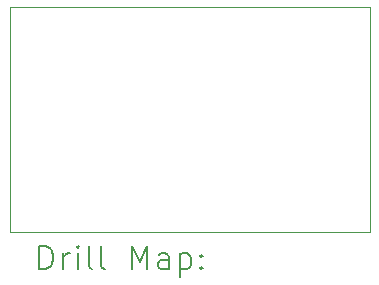
<source format=gbr>
%FSLAX45Y45*%
G04 Gerber Fmt 4.5, Leading zero omitted, Abs format (unit mm)*
G04 Created by KiCad (PCBNEW 6.0.4) date 2022-03-30 22:58:50*
%MOMM*%
%LPD*%
G01*
G04 APERTURE LIST*
%TA.AperFunction,Profile*%
%ADD10C,0.100000*%
%TD*%
%ADD11C,0.200000*%
G04 APERTURE END LIST*
D10*
X10414000Y-4826000D02*
X7366000Y-4826000D01*
X10414000Y-6731000D02*
X10414000Y-4826000D01*
X7366000Y-6731000D02*
X10414000Y-6731000D01*
X7366000Y-4826000D02*
X7366000Y-6731000D01*
D11*
X7618619Y-7046476D02*
X7618619Y-6846476D01*
X7666238Y-6846476D01*
X7694809Y-6856000D01*
X7713857Y-6875048D01*
X7723381Y-6894095D01*
X7732905Y-6932190D01*
X7732905Y-6960762D01*
X7723381Y-6998857D01*
X7713857Y-7017905D01*
X7694809Y-7036952D01*
X7666238Y-7046476D01*
X7618619Y-7046476D01*
X7818619Y-7046476D02*
X7818619Y-6913143D01*
X7818619Y-6951238D02*
X7828143Y-6932190D01*
X7837667Y-6922667D01*
X7856714Y-6913143D01*
X7875762Y-6913143D01*
X7942428Y-7046476D02*
X7942428Y-6913143D01*
X7942428Y-6846476D02*
X7932905Y-6856000D01*
X7942428Y-6865524D01*
X7951952Y-6856000D01*
X7942428Y-6846476D01*
X7942428Y-6865524D01*
X8066238Y-7046476D02*
X8047190Y-7036952D01*
X8037667Y-7017905D01*
X8037667Y-6846476D01*
X8171000Y-7046476D02*
X8151952Y-7036952D01*
X8142428Y-7017905D01*
X8142428Y-6846476D01*
X8399571Y-7046476D02*
X8399571Y-6846476D01*
X8466238Y-6989333D01*
X8532905Y-6846476D01*
X8532905Y-7046476D01*
X8713857Y-7046476D02*
X8713857Y-6941714D01*
X8704333Y-6922667D01*
X8685286Y-6913143D01*
X8647190Y-6913143D01*
X8628143Y-6922667D01*
X8713857Y-7036952D02*
X8694810Y-7046476D01*
X8647190Y-7046476D01*
X8628143Y-7036952D01*
X8618619Y-7017905D01*
X8618619Y-6998857D01*
X8628143Y-6979809D01*
X8647190Y-6970286D01*
X8694810Y-6970286D01*
X8713857Y-6960762D01*
X8809095Y-6913143D02*
X8809095Y-7113143D01*
X8809095Y-6922667D02*
X8828143Y-6913143D01*
X8866238Y-6913143D01*
X8885286Y-6922667D01*
X8894810Y-6932190D01*
X8904333Y-6951238D01*
X8904333Y-7008381D01*
X8894810Y-7027428D01*
X8885286Y-7036952D01*
X8866238Y-7046476D01*
X8828143Y-7046476D01*
X8809095Y-7036952D01*
X8990048Y-7027428D02*
X8999571Y-7036952D01*
X8990048Y-7046476D01*
X8980524Y-7036952D01*
X8990048Y-7027428D01*
X8990048Y-7046476D01*
X8990048Y-6922667D02*
X8999571Y-6932190D01*
X8990048Y-6941714D01*
X8980524Y-6932190D01*
X8990048Y-6922667D01*
X8990048Y-6941714D01*
M02*

</source>
